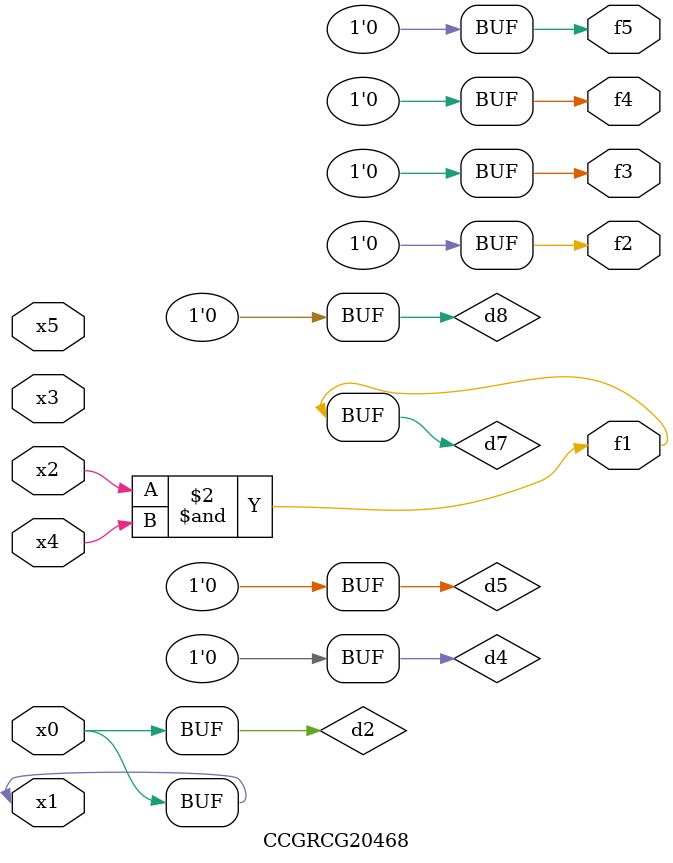
<source format=v>
module CCGRCG20468(
	input x0, x1, x2, x3, x4, x5,
	output f1, f2, f3, f4, f5
);

	wire d1, d2, d3, d4, d5, d6, d7, d8, d9;

	nand (d1, x1);
	buf (d2, x0, x1);
	nand (d3, x2, x4);
	and (d4, d1, d2);
	and (d5, d1, d2);
	nand (d6, d1, d3);
	not (d7, d3);
	xor (d8, d5);
	nor (d9, d5, d6);
	assign f1 = d7;
	assign f2 = d8;
	assign f3 = d8;
	assign f4 = d8;
	assign f5 = d8;
endmodule

</source>
